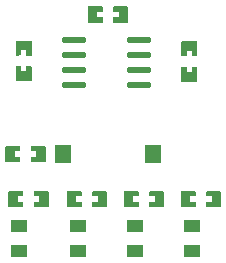
<source format=gtp>
G04 Layer: TopPasteMaskLayer*
G04 EasyEDA v6.5.34, 2023-09-03 14:00:07*
G04 0d370e9aff9448ea9080f85309a0253c,ed70181f279245e6aff80281ee7dc86a,10*
G04 Gerber Generator version 0.2*
G04 Scale: 100 percent, Rotated: No, Reflected: No *
G04 Dimensions in millimeters *
G04 leading zeros omitted , absolute positions ,4 integer and 5 decimal *
%FSLAX45Y45*%
%MOMM*%

%ADD10O,2.0450048X0.58801*%
%ADD11R,1.3970X1.0160*%
%ADD12R,1.4000X1.5000*%

%LPD*%
G36*
X4153001Y5060086D02*
G01*
X4147972Y5055108D01*
X4147972Y4927092D01*
X4153001Y4922113D01*
X4268012Y4922113D01*
X4272991Y4927092D01*
X4272483Y4969103D01*
X4228490Y4969103D01*
X4228490Y5014112D01*
X4273499Y5014112D01*
X4272991Y5055108D01*
X4268012Y5060086D01*
G37*
G36*
X4367987Y5060086D02*
G01*
X4363008Y5055108D01*
X4363516Y5014112D01*
X4407509Y5014112D01*
X4407509Y4969103D01*
X4363008Y4969103D01*
X4363008Y4927092D01*
X4367987Y4922113D01*
X4482998Y4922113D01*
X4487976Y4927092D01*
X4487976Y5055108D01*
X4482998Y5060086D01*
G37*
G36*
X4851501Y6241186D02*
G01*
X4846472Y6236208D01*
X4846472Y6108192D01*
X4851501Y6103213D01*
X4966512Y6103213D01*
X4971491Y6108192D01*
X4970983Y6150203D01*
X4926990Y6150203D01*
X4926990Y6195212D01*
X4971999Y6195212D01*
X4971491Y6236208D01*
X4966512Y6241186D01*
G37*
G36*
X5066487Y6241186D02*
G01*
X5061508Y6236208D01*
X5062016Y6195212D01*
X5106009Y6195212D01*
X5106009Y6150203D01*
X5061508Y6150203D01*
X5061508Y6108192D01*
X5066487Y6103213D01*
X5181498Y6103213D01*
X5186476Y6108192D01*
X5186476Y6236208D01*
X5181498Y6241186D01*
G37*
G36*
X5640324Y5945987D02*
G01*
X5635294Y5941009D01*
X5635294Y5825998D01*
X5640324Y5821019D01*
X5682284Y5821476D01*
X5682284Y5865520D01*
X5727293Y5865520D01*
X5727293Y5820511D01*
X5768289Y5821019D01*
X5773318Y5825998D01*
X5773318Y5941009D01*
X5768289Y5945987D01*
G37*
G36*
X5640324Y5731002D02*
G01*
X5635294Y5726023D01*
X5635294Y5611012D01*
X5640324Y5605983D01*
X5768289Y5605983D01*
X5773318Y5611012D01*
X5773318Y5726023D01*
X5768289Y5731002D01*
X5727293Y5730494D01*
X5727293Y5686501D01*
X5682284Y5686501D01*
X5682284Y5731002D01*
G37*
G36*
X4280306Y5736488D02*
G01*
X4239310Y5735980D01*
X4234281Y5731002D01*
X4234281Y5615990D01*
X4239310Y5611012D01*
X4367276Y5611012D01*
X4372305Y5615990D01*
X4372305Y5731002D01*
X4367276Y5735980D01*
X4325315Y5735523D01*
X4325315Y5691479D01*
X4280306Y5691479D01*
G37*
G36*
X4239310Y5951016D02*
G01*
X4234281Y5945987D01*
X4234281Y5830976D01*
X4239310Y5825998D01*
X4280306Y5826506D01*
X4280306Y5870498D01*
X4325315Y5870498D01*
X4325315Y5825998D01*
X4367276Y5825998D01*
X4372305Y5830976D01*
X4372305Y5945987D01*
X4367276Y5951016D01*
G37*
G36*
X5638901Y4679086D02*
G01*
X5633872Y4674108D01*
X5633872Y4546092D01*
X5638901Y4541113D01*
X5753912Y4541113D01*
X5758891Y4546092D01*
X5758383Y4588103D01*
X5714390Y4588103D01*
X5714390Y4633112D01*
X5759399Y4633112D01*
X5758891Y4674108D01*
X5753912Y4679086D01*
G37*
G36*
X5853887Y4679086D02*
G01*
X5848908Y4674108D01*
X5849416Y4633112D01*
X5893409Y4633112D01*
X5893409Y4588103D01*
X5848908Y4588103D01*
X5848908Y4546092D01*
X5853887Y4541113D01*
X5968898Y4541113D01*
X5973876Y4546092D01*
X5973876Y4674108D01*
X5968898Y4679086D01*
G37*
G36*
X5156301Y4679086D02*
G01*
X5151272Y4674108D01*
X5151272Y4546092D01*
X5156301Y4541113D01*
X5271312Y4541113D01*
X5276291Y4546092D01*
X5275783Y4588103D01*
X5231790Y4588103D01*
X5231790Y4633112D01*
X5276799Y4633112D01*
X5276291Y4674108D01*
X5271312Y4679086D01*
G37*
G36*
X5371287Y4679086D02*
G01*
X5366308Y4674108D01*
X5366816Y4633112D01*
X5410809Y4633112D01*
X5410809Y4588103D01*
X5366308Y4588103D01*
X5366308Y4546092D01*
X5371287Y4541113D01*
X5486298Y4541113D01*
X5491276Y4546092D01*
X5491276Y4674108D01*
X5486298Y4679086D01*
G37*
G36*
X4673701Y4679086D02*
G01*
X4668672Y4674108D01*
X4668672Y4546092D01*
X4673701Y4541113D01*
X4788712Y4541113D01*
X4793691Y4546092D01*
X4793183Y4588103D01*
X4749190Y4588103D01*
X4749190Y4633112D01*
X4794199Y4633112D01*
X4793691Y4674108D01*
X4788712Y4679086D01*
G37*
G36*
X4888687Y4679086D02*
G01*
X4883708Y4674108D01*
X4884216Y4633112D01*
X4928209Y4633112D01*
X4928209Y4588103D01*
X4883708Y4588103D01*
X4883708Y4546092D01*
X4888687Y4541113D01*
X5003698Y4541113D01*
X5008676Y4546092D01*
X5008676Y4674108D01*
X5003698Y4679086D01*
G37*
G36*
X4178401Y4679086D02*
G01*
X4173372Y4674108D01*
X4173372Y4546092D01*
X4178401Y4541113D01*
X4293412Y4541113D01*
X4298391Y4546092D01*
X4297883Y4588103D01*
X4253890Y4588103D01*
X4253890Y4633112D01*
X4298899Y4633112D01*
X4298391Y4674108D01*
X4293412Y4679086D01*
G37*
G36*
X4393387Y4679086D02*
G01*
X4388408Y4674108D01*
X4388916Y4633112D01*
X4432909Y4633112D01*
X4432909Y4588103D01*
X4388408Y4588103D01*
X4388408Y4546092D01*
X4393387Y4541113D01*
X4508398Y4541113D01*
X4513376Y4546092D01*
X4513376Y4674108D01*
X4508398Y4679086D01*
G37*
D10*
G01*
X4726559Y5956300D03*
G01*
X4726559Y5829300D03*
G01*
X4726559Y5702300D03*
G01*
X4726559Y5575300D03*
G01*
X5281040Y5956300D03*
G01*
X5281040Y5829300D03*
G01*
X5281040Y5702300D03*
G01*
X5281040Y5575300D03*
D11*
G01*
X4267225Y4386554D03*
G01*
X4267225Y4173194D03*
G01*
X4762525Y4386554D03*
G01*
X4762525Y4173194D03*
G01*
X5245125Y4386554D03*
G01*
X5245125Y4173194D03*
G01*
X5727725Y4386554D03*
G01*
X5727725Y4173194D03*
D12*
G01*
X4636515Y4991100D03*
G01*
X5396484Y4991100D03*
M02*

</source>
